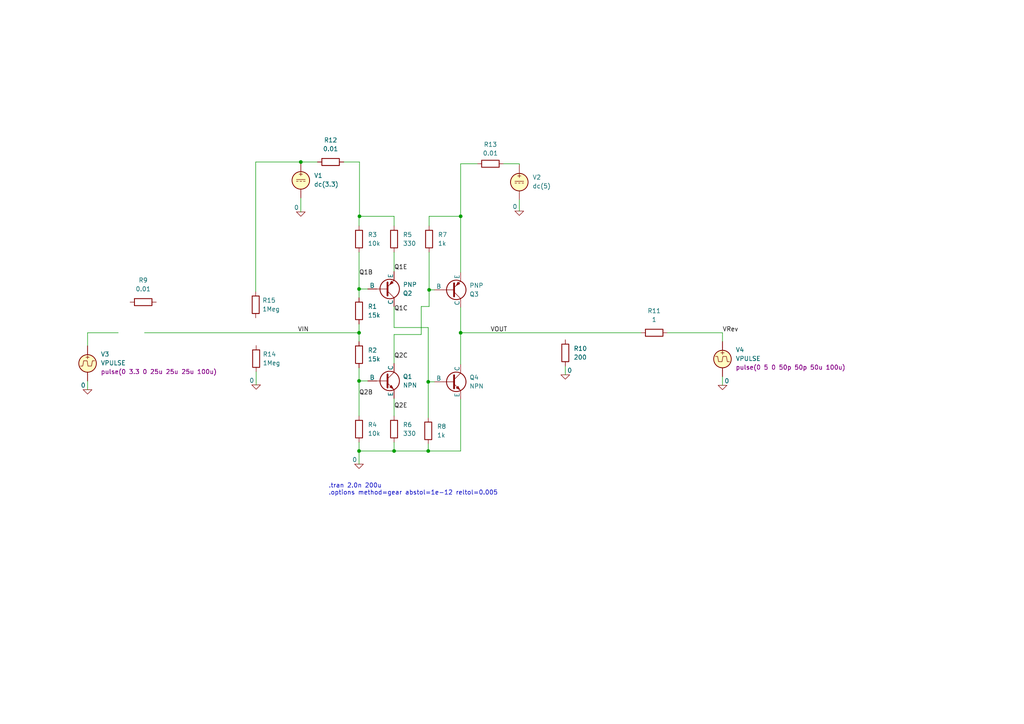
<source format=kicad_sch>
(kicad_sch (version 20230121) (generator eeschema)
  (paper "A4")
  (lib_symbols
    (symbol "Device:R" (pin_numbers hide) (pin_names (offset 0))
      (property "Reference" "R" (at 2.032 0 90))
      (property "Value" "R" (at 0 0 90))
      (symbol "R_0_1"
        (rectangle (start -1.016 -2.54) (end 1.016 2.54) (stroke (width 0.254)))
      )
      (symbol "R_1_1"
        (pin passive line (at 0 3.81 270) (length 1.27) (name "~") (number "1"))
        (pin passive line (at 0 -3.81 90) (length 1.27) (name "~") (number "2"))
      )
    )
    (symbol "Simulation_SPICE:0" (power) (pin_names (offset 0))
      (property "Value" "0" (at 0 -1.778 0))
      (symbol "0_0_1"
        (polyline (pts (xy -1.27 0) (xy 0 -1.27) (xy 1.27 0) (xy -1.27 0)))
      )
      (symbol "0_1_1"
        (pin power_in line (at 0 0 0) (length 0) hide (name "0") (number "1"))
      )
    )
    (symbol "Simulation_SPICE:NPN" (pin_numbers hide) (pin_names (offset 0))
      (property "Reference" "Q" (at -2.54 7.62 0))
      (property "Value" "NPN" (at -2.54 5.08 0))
      (symbol "NPN_0_1"
        (polyline (pts (xy -2.54 0) (xy 0.635 0)) (stroke (width 0.1524)))
        (polyline (pts (xy 0.635 0.635) (xy 2.54 2.54)))
        (polyline (pts (xy 2.794 -1.27) (xy 2.794 -1.27)) (stroke (width 0.1524)))
        (polyline (pts (xy 2.794 -1.27) (xy 2.794 -1.27)) (stroke (width 0.1524)))
        (polyline (pts (xy 0.635 -0.635) (xy 2.54 -2.54) (xy 2.54 -2.54)))
        (polyline (pts (xy 0.635 1.905) (xy 0.635 -1.905) (xy 0.635 -1.905)) (stroke (width 0.508)))
        (polyline (pts (xy 1.27 -1.778) (xy 1.778 -1.27) (xy 2.286 -2.286) (xy 1.27 -1.778) (xy 1.27 -1.778)) (fill (type outline)))
        (circle (center 1.27 0) (radius 2.8194) (stroke (width 0.254)))
      )
      (symbol "NPN_1_1"
        (pin open_collector line (at 2.54 5.08 270) (length 2.54) (name "C") (number "1"))
        (pin input line (at -5.08 0 0) (length 2.54) (name "B") (number "2"))
        (pin open_emitter line (at 2.54 -5.08 90) (length 2.54) (name "E") (number "3"))
      )
    )
    (symbol "Simulation_SPICE:PNP" (pin_numbers hide) (pin_names (offset 0))
      (property "Reference" "Q" (at -2.54 7.62 0))
      (property "Value" "PNP" (at -2.54 5.08 0))
      (symbol "PNP_0_1"
        (polyline (pts (xy -2.54 0) (xy 0.635 0)) (stroke (width 0.1524)))
        (polyline (pts (xy 0.635 0.635) (xy 2.54 2.54)))
        (polyline (pts (xy 0.635 -0.635) (xy 2.54 -2.54) (xy 2.54 -2.54)))
        (polyline (pts (xy 0.635 1.905) (xy 0.635 -1.905) (xy 0.635 -1.905)) (stroke (width 0.508)))
        (polyline (pts (xy 2.286 -1.778) (xy 1.778 -2.286) (xy 1.27 -1.27) (xy 2.286 -1.778) (xy 2.286 -1.778)) (fill (type outline)))
        (circle (center 1.27 0) (radius 2.8194) (stroke (width 0.254)))
      )
      (symbol "PNP_1_1"
        (pin open_collector line (at 2.54 5.08 270) (length 2.54) (name "C") (number "1"))
        (pin input line (at -5.08 0 0) (length 2.54) (name "B") (number "2"))
        (pin open_emitter line (at 2.54 -5.08 90) (length 2.54) (name "E") (number "3"))
      )
    )
    (symbol "Simulation_SPICE:VDC" (pin_numbers hide) (pin_names (offset 0.0254))
      (property "Reference" "V" (at 2.54 2.54 0))
      (property "Value" "1" (at 2.54 0 0))
      (symbol "VDC_0_0"
        (polyline (pts (xy -1.27 0.254) (xy 1.27 0.254)))
        (polyline (pts (xy -0.762 -0.254) (xy -1.27 -0.254)))
        (polyline (pts (xy 0.254 -0.254) (xy -0.254 -0.254)))
        (polyline (pts (xy 1.27 -0.254) (xy 0.762 -0.254)))
        (text "+" (at 0 1.905 0) (effects (font (size 1.27 1.27))))
      )
      (symbol "VDC_0_1"
        (circle (center 0 0) (radius 2.54) (stroke (width 0.254)) (fill (type background)))
      )
      (symbol "VDC_1_1"
        (pin passive line (at 0 5.08 270) (length 2.54) (name "~") (number "1"))
        (pin passive line (at 0 -5.08 90) (length 2.54) (name "~") (number "2"))
      )
    )
    (symbol "Simulation_SPICE:VPULSE" (pin_numbers hide) (pin_names (offset 0.0254))
      (property "Reference" "V" (at 2.54 2.54 0))
      (property "Value" "VPULSE" (at 2.54 0 0))
      (property "Sim.Params" "y1=0 y2=1 td=2n tr=2n tf=2n tw=50n per=100n" (at 2.54 -2.54 0))
      (symbol "VPULSE_0_0"
        (polyline (pts (xy -2.032 -0.762) (xy -1.397 -0.762) (xy -1.143 0.762) (xy -0.127 0.762) (xy 0.127 -0.762) (xy 1.143 -0.762) (xy 1.397 0.762) (xy 2.032 0.762)))
        (text "+" (at 0 1.905 0) (effects (font (size 1.27 1.27))))
      )
      (symbol "VPULSE_0_1"
        (circle (center 0 0) (radius 2.54) (stroke (width 0.254)) (fill (type background)))
      )
      (symbol "VPULSE_1_1"
        (pin passive line (at 0 5.08 270) (length 2.54) (name "~") (number "1"))
        (pin passive line (at 0 -5.08 90) (length 2.54) (name "~") (number "2"))
      )
    )
  )
  (junction (at 124.206 130.81))
  (junction (at 104.14 83.82))
  (junction (at 133.604 96.52))
  (junction (at 104.14 96.52))
  (junction (at 114.3 130.81))
  (junction (at 104.14 130.81))
  (junction (at 124.46 84.074))
  (junction (at 87.249 46.99))
  (junction (at 133.604 62.738))
  (junction (at 104.14 110.49))
  (junction (at 124.206 110.744))
  (junction (at 104.267 62.738))
  (wire (pts (xy 104.14 73.152) (xy 104.14 83.82)))
  (wire (pts (xy 104.14 106.68) (xy 104.14 110.49)))
  (wire (pts (xy 114.3 65.532) (xy 114.3 62.738)))
  (wire (pts (xy 122.174 97.028) (xy 122.174 88.9)))
  (wire (pts (xy 74.168 84.582) (xy 74.168 46.99)))
  (wire (pts (xy 133.604 47.498) (xy 133.604 62.738)))
  (wire (pts (xy 25.4 110.49) (xy 25.4 113.03)))
  (wire (pts (xy 133.604 62.738) (xy 133.604 78.994)))
  (wire (pts (xy 209.55 96.52) (xy 193.548 96.52)))
  (wire (pts (xy 209.55 109.22) (xy 209.55 111.76)))
  (wire (pts (xy 104.14 83.82) (xy 104.14 86.36)))
  (wire (pts (xy 124.206 94.996) (xy 124.206 110.744)))
  (wire (pts (xy 150.622 47.498) (xy 150.622 47.752)))
  (wire (pts (xy 74.295 107.823) (xy 74.295 111.633)))
  (wire (pts (xy 138.43 47.498) (xy 133.604 47.498)))
  (wire (pts (xy 104.14 110.49) (xy 106.68 110.49)))
  (wire (pts (xy 104.267 62.738) (xy 114.3 62.738)))
  (wire (pts (xy 124.46 73.152) (xy 124.46 84.074)))
  (wire (pts (xy 124.206 128.778) (xy 124.206 130.81)))
  (wire (pts (xy 114.3 130.81) (xy 114.3 128.27)))
  (wire (pts (xy 114.3 97.028) (xy 114.3 105.41)))
  (wire (pts (xy 150.622 57.912) (xy 150.622 61.214)))
  (wire (pts (xy 104.14 96.52) (xy 104.14 99.06)))
  (wire (pts (xy 133.604 115.824) (xy 133.604 130.81)))
  (wire (pts (xy 104.14 110.49) (xy 104.14 120.65)))
  (wire (pts (xy 104.14 130.81) (xy 104.14 134.62)))
  (wire (pts (xy 133.604 96.52) (xy 133.604 105.664)))
  (wire (pts (xy 41.91 96.52) (xy 104.14 96.52)))
  (wire (pts (xy 104.14 83.82) (xy 106.68 83.82)))
  (wire (pts (xy 146.05 47.498) (xy 150.622 47.498)))
  (wire (pts (xy 114.3 97.028) (xy 122.174 97.028)))
  (wire (pts (xy 124.46 84.074) (xy 125.984 84.074)))
  (wire (pts (xy 74.168 46.99) (xy 87.249 46.99)))
  (wire (pts (xy 104.267 46.99) (xy 99.695 46.99)))
  (wire (pts (xy 114.3 88.9) (xy 114.3 94.996)))
  (wire (pts (xy 124.46 84.074) (xy 124.46 88.9)))
  (wire (pts (xy 25.4 100.33) (xy 25.4 96.52)))
  (wire (pts (xy 209.55 99.06) (xy 209.55 96.52)))
  (wire (pts (xy 104.14 128.27) (xy 104.14 130.81)))
  (wire (pts (xy 122.174 88.9) (xy 124.46 88.9)))
  (wire (pts (xy 133.604 89.154) (xy 133.604 96.52)))
  (wire (pts (xy 114.3 73.152) (xy 114.3 78.74)))
  (wire (pts (xy 114.3 115.57) (xy 114.3 120.65)))
  (wire (pts (xy 104.14 62.738) (xy 104.14 65.532)))
  (wire (pts (xy 124.206 130.81) (xy 133.604 130.81)))
  (wire (pts (xy 92.075 46.99) (xy 87.249 46.99)))
  (wire (pts (xy 133.604 96.52) (xy 185.928 96.52)))
  (wire (pts (xy 114.3 94.996) (xy 124.206 94.996)))
  (wire (pts (xy 124.206 130.81) (xy 114.3 130.81)))
  (wire (pts (xy 124.206 110.744) (xy 124.206 121.158)))
  (wire (pts (xy 104.267 46.99) (xy 104.267 62.738)))
  (wire (pts (xy 163.957 106.172) (xy 163.957 108.712)))
  (wire (pts (xy 25.4 96.52) (xy 34.29 96.52)))
  (wire (pts (xy 104.14 93.98) (xy 104.14 96.52)))
  (wire (pts (xy 124.46 65.532) (xy 124.46 62.738)))
  (wire (pts (xy 104.267 62.738) (xy 104.14 62.738)))
  (wire (pts (xy 124.46 62.738) (xy 133.604 62.738)))
  (wire (pts (xy 104.14 130.81) (xy 114.3 130.81)))
  (wire (pts (xy 87.249 57.404) (xy 87.249 61.468)))
  (wire (pts (xy 124.206 110.744) (xy 125.984 110.744)))
  (wire (pts (xy 87.249 46.99) (xy 87.249 47.244)))
  (text ".tran 2.0n 200u\n.options method=gear abstol=1e-12 reltol=0.005" (at 95.25 143.764 0) (effects (font (size 1.27 1.27)) (justify left bottom)))
  (label "Q1B" (at 104.14 80.01 0))
  (label "VOUT" (at 142.24 96.52 0))
  (label "Q2B" (at 104.14 114.808 0))
  (label "Q2C" (at 114.3 104.14 0))
  (label "VRev" (at 209.55 96.52 0))
  (label "VIN" (at 86.36 96.52 0))
  (label "Q1E" (at 114.3 78.486 0))
  (label "Q1C" (at 114.3 90.424 0))
  (label "Q2E" (at 114.3 118.618 0))
  (symbol (lib_id "Device:R") (at 41.529 87.63 90) (unit 1)
    (property "Reference" "R9" (at 41.529 81.28 90))
    (property "Value" "0.01" (at 41.529 83.82 90))
  )
  (symbol (lib_id "Simulation_SPICE:VDC") (at 87.249 52.324 0) (unit 1)
    (property "Reference" "V1" (at 91.059 50.9242 0) (effects (justify left)))
    (property "Value" "dc(3.3)" (at 91.059 53.4642 0) (effects (justify left)))
    (property "Sim.Pins" "1=+ 2=-" (effects hide))
    (property "Sim.Type" "DC" (effects hide))
    (property "Sim.Device" "V" (effects hide))
  )
  (symbol (lib_id "Simulation_SPICE:0") (at 150.622 61.214 0) (unit 1)
    (property "Reference" "#GND03" (effects hide))
    (property "Value" "0" (at 149.352 59.944 0))
  )
  (symbol (lib_id "Simulation_SPICE:0") (at 25.4 113.03 0) (unit 1)
    (property "Reference" "#GND04" (effects hide))
    (property "Value" "0" (at 24.13 111.76 0))
  )
  (symbol (lib_id "Simulation_SPICE:0") (at 163.957 108.712 0) (mirror y) (unit 1)
    (property "Reference" "#GND05" (effects hide))
    (property "Value" "0" (at 165.227 107.442 0))
  )
  (symbol (lib_id "Simulation_SPICE:0") (at 74.295 111.633 0) (unit 1)
    (property "Reference" "#GND07" (effects hide))
    (property "Value" "0" (at 73.025 110.363 0))
  )
  (symbol (lib_id "Simulation_SPICE:0") (at 104.14 134.62 0) (unit 1)
    (property "Reference" "#GND02" (effects hide))
    (property "Value" "0" (at 102.87 133.35 0))
  )
  (symbol (lib_id "Device:R") (at 163.957 102.362 0) (unit 1)
    (property "Reference" "R10" (at 166.37 101.092 0) (effects (justify left)))
    (property "Value" "200" (at 166.37 103.632 0) (effects (justify left)))
  )
  (symbol (lib_id "Simulation_SPICE:NPN") (at 111.76 110.49 0) (unit 1)
    (property "Reference" "Q1" (at 116.84 109.22 0) (effects (justify left)))
    (property "Value" "NPN" (at 116.84 111.76 0) (effects (justify left)))
    (property "Sim.Device" "NPN" (effects hide))
    (property "Sim.Type" "GUMMELPOON" (effects hide))
    (property "Sim.Pins" "1=C 2=B 3=E" (effects hide))
  )
  (symbol (lib_id "Simulation_SPICE:VDC") (at 150.622 52.832 0) (unit 1)
    (property "Reference" "V2" (at 154.432 51.4322 0) (effects (justify left)))
    (property "Value" "dc(5)" (at 154.432 53.9722 0) (effects (justify left)))
    (property "Sim.Pins" "1=+ 2=-" (effects hide))
    (property "Sim.Type" "DC" (effects hide))
    (property "Sim.Device" "V" (effects hide))
  )
  (symbol (lib_id "Device:R") (at 124.206 124.968 0) (unit 1)
    (property "Reference" "R8" (at 126.746 123.698 0) (effects (justify left)))
    (property "Value" "1k" (at 126.746 126.238 0) (effects (justify left)))
  )
  (symbol (lib_id "Device:R") (at 142.24 47.498 270) (unit 1)
    (property "Reference" "R13" (at 142.24 41.91 90))
    (property "Value" "0.01" (at 142.24 44.45 90))
  )
  (symbol (lib_id "Device:R") (at 104.14 102.87 0) (unit 1)
    (property "Reference" "R2" (at 106.68 101.6 0) (effects (justify left)))
    (property "Value" "15k" (at 106.68 104.14 0) (effects (justify left)))
  )
  (symbol (lib_id "Device:R") (at 104.14 90.17 0) (unit 1)
    (property "Reference" "R1" (at 106.68 88.9 0) (effects (justify left)))
    (property "Value" "15k" (at 106.68 91.44 0) (effects (justify left)))
  )
  (symbol (lib_id "Device:R") (at 189.738 96.52 90) (mirror x) (unit 1)
    (property "Reference" "R11" (at 189.738 90.17 90))
    (property "Value" "1" (at 189.738 92.71 90))
  )
  (symbol (lib_id "Device:R") (at 74.295 104.013 0) (unit 1)
    (property "Reference" "R14" (at 76.2 102.743 0) (effects (justify left)))
    (property "Value" "1Meg" (at 76.2 105.283 0) (effects (justify left)))
  )
  (symbol (lib_id "Simulation_SPICE:PNP") (at 111.76 83.82 0) (mirror x) (unit 1)
    (property "Reference" "Q2" (at 116.84 85.09 0) (effects (justify left)))
    (property "Value" "PNP" (at 116.84 82.55 0) (effects (justify left)))
    (property "Sim.Device" "PNP" (effects hide))
    (property "Sim.Type" "GUMMELPOON" (effects hide))
    (property "Sim.Pins" "1=C 2=B 3=E" (effects hide))
  )
  (symbol (lib_id "Device:R") (at 104.14 69.342 0) (unit 1)
    (property "Reference" "R3" (at 106.68 68.072 0) (effects (justify left)))
    (property "Value" "10k" (at 106.68 70.612 0) (effects (justify left)))
  )
  (symbol (lib_id "Simulation_SPICE:VPULSE") (at 209.55 104.14 0) (mirror y) (unit 1)
    (property "Reference" "V4" (at 213.36 101.4702 0) (effects (justify right)))
    (property "Value" "VPULSE" (at 213.36 104.0102 0) (effects (justify right)))
    (property "Sim.Pins" "1=+ 2=-" (effects hide))
    (property "Sim.Type" "PULSE" (effects hide))
    (property "Sim.Device" "V" (effects hide))
    (property "Sim.Params" "pulse(0 5 0 50p 50p 50u 100u)" (at 213.36 106.5502 0) (effects (justify right)))
  )
  (symbol (lib_id "Simulation_SPICE:VPULSE") (at 25.4 105.41 0) (unit 1)
    (property "Reference" "V3" (at 29.21 102.7402 0) (effects (justify left)))
    (property "Value" "VPULSE" (at 29.21 105.2802 0) (effects (justify left)))
    (property "Sim.Pins" "1=+ 2=-" (effects hide))
    (property "Sim.Type" "PULSE" (effects hide))
    (property "Sim.Device" "V" (effects hide))
    (property "Sim.Params" "pulse(0 3.3 0 25u 25u 25u 100u)" (at 29.21 107.8202 0) (effects (justify left)))
  )
  (symbol (lib_id "Simulation_SPICE:0") (at 209.55 111.76 0) (mirror y) (unit 1)
    (property "Reference" "#GND06" (effects hide))
    (property "Value" "0" (at 210.82 110.49 0))
  )
  (symbol (lib_id "Simulation_SPICE:NPN") (at 131.064 110.744 0) (unit 1)
    (property "Reference" "Q4" (at 136.144 109.474 0) (effects (justify left)))
    (property "Value" "NPN" (at 136.144 112.014 0) (effects (justify left)))
    (property "Sim.Device" "NPN" (effects hide))
    (property "Sim.Type" "GUMMELPOON" (effects hide))
    (property "Sim.Pins" "1=C 2=B 3=E" (effects hide))
  )
  (symbol (lib_id "Device:R") (at 74.168 88.392 0) (unit 1)
    (property "Reference" "R15" (at 76.073 87.122 0) (effects (justify left)))
    (property "Value" "1Meg" (at 76.073 89.662 0) (effects (justify left)))
  )
  (symbol (lib_id "Device:R") (at 114.3 69.342 0) (unit 1)
    (property "Reference" "R5" (at 116.84 68.072 0) (effects (justify left)))
    (property "Value" "330" (at 116.84 70.612 0) (effects (justify left)))
  )
  (symbol (lib_id "Device:R") (at 95.885 46.99 90) (unit 1)
    (property "Reference" "R12" (at 95.885 40.64 90))
    (property "Value" "0.01" (at 95.885 43.18 90))
  )
  (symbol (lib_id "Simulation_SPICE:PNP") (at 131.064 84.074 0) (mirror x) (unit 1)
    (property "Reference" "Q3" (at 136.144 85.344 0) (effects (justify left)))
    (property "Value" "PNP" (at 136.144 82.804 0) (effects (justify left)))
    (property "Sim.Device" "PNP" (effects hide))
    (property "Sim.Type" "GUMMELPOON" (effects hide))
    (property "Sim.Pins" "1=C 2=B 3=E" (effects hide))
  )
  (symbol (lib_id "Simulation_SPICE:0") (at 87.249 61.468 0) (unit 1)
    (property "Reference" "#GND01" (effects hide))
    (property "Value" "0" (at 85.979 60.198 0))
  )
  (symbol (lib_id "Device:R") (at 124.46 69.342 0) (unit 1)
    (property "Reference" "R7" (at 127 68.072 0) (effects (justify left)))
    (property "Value" "1k" (at 127 70.612 0) (effects (justify left)))
  )
  (symbol (lib_id "Device:R") (at 114.3 124.46 0) (unit 1)
    (property "Reference" "R6" (at 116.84 123.19 0) (effects (justify left)))
    (property "Value" "330" (at 116.84 125.73 0) (effects (justify left)))
  )
  (symbol (lib_id "Device:R") (at 104.14 124.46 0) (unit 1)
    (property "Reference" "R4" (at 106.68 123.19 0) (effects (justify left)))
    (property "Value" "10k" (at 106.68 125.73 0) (effects (justify left)))
  )
)
</source>
